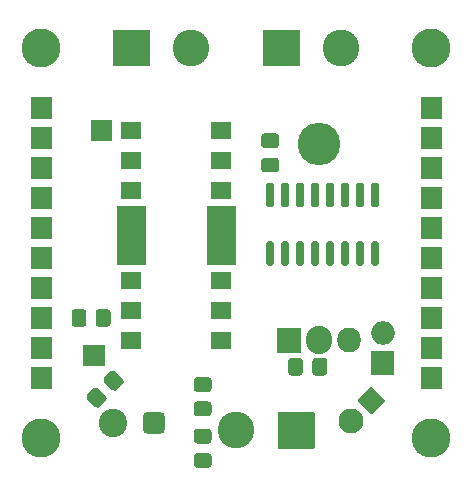
<source format=gbr>
G04 #@! TF.GenerationSoftware,KiCad,Pcbnew,(5.1.8)-1*
G04 #@! TF.CreationDate,2020-11-12T23:55:28+03:00*
G04 #@! TF.ProjectId,L293,4c323933-2e6b-4696-9361-645f70636258,rev?*
G04 #@! TF.SameCoordinates,Original*
G04 #@! TF.FileFunction,Soldermask,Bot*
G04 #@! TF.FilePolarity,Negative*
%FSLAX46Y46*%
G04 Gerber Fmt 4.6, Leading zero omitted, Abs format (unit mm)*
G04 Created by KiCad (PCBNEW (5.1.8)-1) date 2020-11-12 23:55:28*
%MOMM*%
%LPD*%
G01*
G04 APERTURE LIST*
%ADD10C,2.102000*%
%ADD11C,2.402000*%
%ADD12C,3.302000*%
%ADD13C,3.102000*%
%ADD14O,2.002000X2.002000*%
%ADD15O,3.602000X3.602000*%
%ADD16O,2.202000X2.402000*%
%ADD17O,2.007000X2.102000*%
%ADD18C,0.100000*%
G04 APERTURE END LIST*
G36*
G01*
X120686062Y-60427567D02*
X121817433Y-61558938D01*
G75*
G02*
X121817433Y-61631062I-36062J-36062D01*
G01*
X120686062Y-62762433D01*
G75*
G02*
X120613938Y-62762433I-36062J36062D01*
G01*
X119482567Y-61631062D01*
G75*
G02*
X119482567Y-61558938I36062J36062D01*
G01*
X120613938Y-60427567D01*
G75*
G02*
X120686062Y-60427567I36062J-36062D01*
G01*
G37*
D10*
X118882233Y-63362767D03*
D11*
X98735000Y-63500000D03*
G36*
G01*
X103186000Y-63024500D02*
X103186000Y-63975500D01*
G75*
G02*
X102710500Y-64451000I-475500J0D01*
G01*
X101759500Y-64451000D01*
G75*
G02*
X101284000Y-63975500I0J475500D01*
G01*
X101284000Y-63024500D01*
G75*
G02*
X101759500Y-62549000I475500J0D01*
G01*
X102710500Y-62549000D01*
G75*
G02*
X103186000Y-63024500I0J-475500D01*
G01*
G37*
D12*
X92710000Y-31750000D03*
X92710000Y-64770000D03*
X125730000Y-31750000D03*
X125730000Y-64770000D03*
G36*
G01*
X124829000Y-60540000D02*
X124829000Y-58840000D01*
G75*
G02*
X124880000Y-58789000I51000J0D01*
G01*
X126580000Y-58789000D01*
G75*
G02*
X126631000Y-58840000I0J-51000D01*
G01*
X126631000Y-60540000D01*
G75*
G02*
X126580000Y-60591000I-51000J0D01*
G01*
X124880000Y-60591000D01*
G75*
G02*
X124829000Y-60540000I0J51000D01*
G01*
G37*
G36*
G01*
X124829000Y-58000000D02*
X124829000Y-56300000D01*
G75*
G02*
X124880000Y-56249000I51000J0D01*
G01*
X126580000Y-56249000D01*
G75*
G02*
X126631000Y-56300000I0J-51000D01*
G01*
X126631000Y-58000000D01*
G75*
G02*
X126580000Y-58051000I-51000J0D01*
G01*
X124880000Y-58051000D01*
G75*
G02*
X124829000Y-58000000I0J51000D01*
G01*
G37*
G36*
G01*
X124829000Y-55460000D02*
X124829000Y-53760000D01*
G75*
G02*
X124880000Y-53709000I51000J0D01*
G01*
X126580000Y-53709000D01*
G75*
G02*
X126631000Y-53760000I0J-51000D01*
G01*
X126631000Y-55460000D01*
G75*
G02*
X126580000Y-55511000I-51000J0D01*
G01*
X124880000Y-55511000D01*
G75*
G02*
X124829000Y-55460000I0J51000D01*
G01*
G37*
G36*
G01*
X124829000Y-52920000D02*
X124829000Y-51220000D01*
G75*
G02*
X124880000Y-51169000I51000J0D01*
G01*
X126580000Y-51169000D01*
G75*
G02*
X126631000Y-51220000I0J-51000D01*
G01*
X126631000Y-52920000D01*
G75*
G02*
X126580000Y-52971000I-51000J0D01*
G01*
X124880000Y-52971000D01*
G75*
G02*
X124829000Y-52920000I0J51000D01*
G01*
G37*
G36*
G01*
X124829000Y-50380000D02*
X124829000Y-48680000D01*
G75*
G02*
X124880000Y-48629000I51000J0D01*
G01*
X126580000Y-48629000D01*
G75*
G02*
X126631000Y-48680000I0J-51000D01*
G01*
X126631000Y-50380000D01*
G75*
G02*
X126580000Y-50431000I-51000J0D01*
G01*
X124880000Y-50431000D01*
G75*
G02*
X124829000Y-50380000I0J51000D01*
G01*
G37*
G36*
G01*
X124829000Y-47840000D02*
X124829000Y-46140000D01*
G75*
G02*
X124880000Y-46089000I51000J0D01*
G01*
X126580000Y-46089000D01*
G75*
G02*
X126631000Y-46140000I0J-51000D01*
G01*
X126631000Y-47840000D01*
G75*
G02*
X126580000Y-47891000I-51000J0D01*
G01*
X124880000Y-47891000D01*
G75*
G02*
X124829000Y-47840000I0J51000D01*
G01*
G37*
G36*
G01*
X124829000Y-45300000D02*
X124829000Y-43600000D01*
G75*
G02*
X124880000Y-43549000I51000J0D01*
G01*
X126580000Y-43549000D01*
G75*
G02*
X126631000Y-43600000I0J-51000D01*
G01*
X126631000Y-45300000D01*
G75*
G02*
X126580000Y-45351000I-51000J0D01*
G01*
X124880000Y-45351000D01*
G75*
G02*
X124829000Y-45300000I0J51000D01*
G01*
G37*
G36*
G01*
X124829000Y-42760000D02*
X124829000Y-41060000D01*
G75*
G02*
X124880000Y-41009000I51000J0D01*
G01*
X126580000Y-41009000D01*
G75*
G02*
X126631000Y-41060000I0J-51000D01*
G01*
X126631000Y-42760000D01*
G75*
G02*
X126580000Y-42811000I-51000J0D01*
G01*
X124880000Y-42811000D01*
G75*
G02*
X124829000Y-42760000I0J51000D01*
G01*
G37*
G36*
G01*
X124829000Y-40220000D02*
X124829000Y-38520000D01*
G75*
G02*
X124880000Y-38469000I51000J0D01*
G01*
X126580000Y-38469000D01*
G75*
G02*
X126631000Y-38520000I0J-51000D01*
G01*
X126631000Y-40220000D01*
G75*
G02*
X126580000Y-40271000I-51000J0D01*
G01*
X124880000Y-40271000D01*
G75*
G02*
X124829000Y-40220000I0J51000D01*
G01*
G37*
G36*
G01*
X124829000Y-37680000D02*
X124829000Y-35980000D01*
G75*
G02*
X124880000Y-35929000I51000J0D01*
G01*
X126580000Y-35929000D01*
G75*
G02*
X126631000Y-35980000I0J-51000D01*
G01*
X126631000Y-37680000D01*
G75*
G02*
X126580000Y-37731000I-51000J0D01*
G01*
X124880000Y-37731000D01*
G75*
G02*
X124829000Y-37680000I0J51000D01*
G01*
G37*
G36*
G01*
X91809000Y-40220000D02*
X91809000Y-38520000D01*
G75*
G02*
X91860000Y-38469000I51000J0D01*
G01*
X93560000Y-38469000D01*
G75*
G02*
X93611000Y-38520000I0J-51000D01*
G01*
X93611000Y-40220000D01*
G75*
G02*
X93560000Y-40271000I-51000J0D01*
G01*
X91860000Y-40271000D01*
G75*
G02*
X91809000Y-40220000I0J51000D01*
G01*
G37*
G36*
G01*
X91809000Y-42760000D02*
X91809000Y-41060000D01*
G75*
G02*
X91860000Y-41009000I51000J0D01*
G01*
X93560000Y-41009000D01*
G75*
G02*
X93611000Y-41060000I0J-51000D01*
G01*
X93611000Y-42760000D01*
G75*
G02*
X93560000Y-42811000I-51000J0D01*
G01*
X91860000Y-42811000D01*
G75*
G02*
X91809000Y-42760000I0J51000D01*
G01*
G37*
G36*
G01*
X91809000Y-45300000D02*
X91809000Y-43600000D01*
G75*
G02*
X91860000Y-43549000I51000J0D01*
G01*
X93560000Y-43549000D01*
G75*
G02*
X93611000Y-43600000I0J-51000D01*
G01*
X93611000Y-45300000D01*
G75*
G02*
X93560000Y-45351000I-51000J0D01*
G01*
X91860000Y-45351000D01*
G75*
G02*
X91809000Y-45300000I0J51000D01*
G01*
G37*
G36*
G01*
X91809000Y-47840000D02*
X91809000Y-46140000D01*
G75*
G02*
X91860000Y-46089000I51000J0D01*
G01*
X93560000Y-46089000D01*
G75*
G02*
X93611000Y-46140000I0J-51000D01*
G01*
X93611000Y-47840000D01*
G75*
G02*
X93560000Y-47891000I-51000J0D01*
G01*
X91860000Y-47891000D01*
G75*
G02*
X91809000Y-47840000I0J51000D01*
G01*
G37*
G36*
G01*
X91809000Y-50380000D02*
X91809000Y-48680000D01*
G75*
G02*
X91860000Y-48629000I51000J0D01*
G01*
X93560000Y-48629000D01*
G75*
G02*
X93611000Y-48680000I0J-51000D01*
G01*
X93611000Y-50380000D01*
G75*
G02*
X93560000Y-50431000I-51000J0D01*
G01*
X91860000Y-50431000D01*
G75*
G02*
X91809000Y-50380000I0J51000D01*
G01*
G37*
G36*
G01*
X91809000Y-52920000D02*
X91809000Y-51220000D01*
G75*
G02*
X91860000Y-51169000I51000J0D01*
G01*
X93560000Y-51169000D01*
G75*
G02*
X93611000Y-51220000I0J-51000D01*
G01*
X93611000Y-52920000D01*
G75*
G02*
X93560000Y-52971000I-51000J0D01*
G01*
X91860000Y-52971000D01*
G75*
G02*
X91809000Y-52920000I0J51000D01*
G01*
G37*
G36*
G01*
X91809000Y-55460000D02*
X91809000Y-53760000D01*
G75*
G02*
X91860000Y-53709000I51000J0D01*
G01*
X93560000Y-53709000D01*
G75*
G02*
X93611000Y-53760000I0J-51000D01*
G01*
X93611000Y-55460000D01*
G75*
G02*
X93560000Y-55511000I-51000J0D01*
G01*
X91860000Y-55511000D01*
G75*
G02*
X91809000Y-55460000I0J51000D01*
G01*
G37*
G36*
G01*
X91809000Y-58000000D02*
X91809000Y-56300000D01*
G75*
G02*
X91860000Y-56249000I51000J0D01*
G01*
X93560000Y-56249000D01*
G75*
G02*
X93611000Y-56300000I0J-51000D01*
G01*
X93611000Y-58000000D01*
G75*
G02*
X93560000Y-58051000I-51000J0D01*
G01*
X91860000Y-58051000D01*
G75*
G02*
X91809000Y-58000000I0J51000D01*
G01*
G37*
G36*
G01*
X91809000Y-37680000D02*
X91809000Y-35980000D01*
G75*
G02*
X91860000Y-35929000I51000J0D01*
G01*
X93560000Y-35929000D01*
G75*
G02*
X93611000Y-35980000I0J-51000D01*
G01*
X93611000Y-37680000D01*
G75*
G02*
X93560000Y-37731000I-51000J0D01*
G01*
X91860000Y-37731000D01*
G75*
G02*
X91809000Y-37680000I0J51000D01*
G01*
G37*
G36*
G01*
X91809000Y-60540000D02*
X91809000Y-58840000D01*
G75*
G02*
X91860000Y-58789000I51000J0D01*
G01*
X93560000Y-58789000D01*
G75*
G02*
X93611000Y-58840000I0J-51000D01*
G01*
X93611000Y-60540000D01*
G75*
G02*
X93560000Y-60591000I-51000J0D01*
G01*
X91860000Y-60591000D01*
G75*
G02*
X91809000Y-60540000I0J51000D01*
G01*
G37*
G36*
G01*
X97309000Y-55088828D02*
X97309000Y-54131172D01*
G75*
G02*
X97581172Y-53859000I272172J0D01*
G01*
X98288828Y-53859000D01*
G75*
G02*
X98561000Y-54131172I0J-272172D01*
G01*
X98561000Y-55088828D01*
G75*
G02*
X98288828Y-55361000I-272172J0D01*
G01*
X97581172Y-55361000D01*
G75*
G02*
X97309000Y-55088828I0J272172D01*
G01*
G37*
G36*
G01*
X95259000Y-55088828D02*
X95259000Y-54131172D01*
G75*
G02*
X95531172Y-53859000I272172J0D01*
G01*
X96238828Y-53859000D01*
G75*
G02*
X96511000Y-54131172I0J-272172D01*
G01*
X96511000Y-55088828D01*
G75*
G02*
X96238828Y-55361000I-272172J0D01*
G01*
X95531172Y-55361000D01*
G75*
G02*
X95259000Y-55088828I0J272172D01*
G01*
G37*
G36*
G01*
X115851000Y-62635000D02*
X115851000Y-65635000D01*
G75*
G02*
X115800000Y-65686000I-51000J0D01*
G01*
X112800000Y-65686000D01*
G75*
G02*
X112749000Y-65635000I0J51000D01*
G01*
X112749000Y-62635000D01*
G75*
G02*
X112800000Y-62584000I51000J0D01*
G01*
X115800000Y-62584000D01*
G75*
G02*
X115851000Y-62635000I0J-51000D01*
G01*
G37*
D13*
X109220000Y-64135000D03*
X105410000Y-31750000D03*
G36*
G01*
X98779000Y-33250000D02*
X98779000Y-30250000D01*
G75*
G02*
X98830000Y-30199000I51000J0D01*
G01*
X101830000Y-30199000D01*
G75*
G02*
X101881000Y-30250000I0J-51000D01*
G01*
X101881000Y-33250000D01*
G75*
G02*
X101830000Y-33301000I-51000J0D01*
G01*
X98830000Y-33301000D01*
G75*
G02*
X98779000Y-33250000I0J51000D01*
G01*
G37*
G36*
G01*
X111479000Y-33250000D02*
X111479000Y-30250000D01*
G75*
G02*
X111530000Y-30199000I51000J0D01*
G01*
X114530000Y-30199000D01*
G75*
G02*
X114581000Y-30250000I0J-51000D01*
G01*
X114581000Y-33250000D01*
G75*
G02*
X114530000Y-33301000I-51000J0D01*
G01*
X111530000Y-33301000D01*
G75*
G02*
X111479000Y-33250000I0J51000D01*
G01*
G37*
X118110000Y-31750000D03*
G36*
G01*
X99479000Y-39435000D02*
X99479000Y-38035000D01*
G75*
G02*
X99530000Y-37984000I51000J0D01*
G01*
X101130000Y-37984000D01*
G75*
G02*
X101181000Y-38035000I0J-51000D01*
G01*
X101181000Y-39435000D01*
G75*
G02*
X101130000Y-39486000I-51000J0D01*
G01*
X99530000Y-39486000D01*
G75*
G02*
X99479000Y-39435000I0J51000D01*
G01*
G37*
G36*
G01*
X107099000Y-57215000D02*
X107099000Y-55815000D01*
G75*
G02*
X107150000Y-55764000I51000J0D01*
G01*
X108750000Y-55764000D01*
G75*
G02*
X108801000Y-55815000I0J-51000D01*
G01*
X108801000Y-57215000D01*
G75*
G02*
X108750000Y-57266000I-51000J0D01*
G01*
X107150000Y-57266000D01*
G75*
G02*
X107099000Y-57215000I0J51000D01*
G01*
G37*
G36*
G01*
X99479000Y-41975000D02*
X99479000Y-40575000D01*
G75*
G02*
X99530000Y-40524000I51000J0D01*
G01*
X101130000Y-40524000D01*
G75*
G02*
X101181000Y-40575000I0J-51000D01*
G01*
X101181000Y-41975000D01*
G75*
G02*
X101130000Y-42026000I-51000J0D01*
G01*
X99530000Y-42026000D01*
G75*
G02*
X99479000Y-41975000I0J51000D01*
G01*
G37*
G36*
G01*
X107099000Y-54675000D02*
X107099000Y-53275000D01*
G75*
G02*
X107150000Y-53224000I51000J0D01*
G01*
X108750000Y-53224000D01*
G75*
G02*
X108801000Y-53275000I0J-51000D01*
G01*
X108801000Y-54675000D01*
G75*
G02*
X108750000Y-54726000I-51000J0D01*
G01*
X107150000Y-54726000D01*
G75*
G02*
X107099000Y-54675000I0J51000D01*
G01*
G37*
G36*
G01*
X99479000Y-44515000D02*
X99479000Y-43115000D01*
G75*
G02*
X99530000Y-43064000I51000J0D01*
G01*
X101130000Y-43064000D01*
G75*
G02*
X101181000Y-43115000I0J-51000D01*
G01*
X101181000Y-44515000D01*
G75*
G02*
X101130000Y-44566000I-51000J0D01*
G01*
X99530000Y-44566000D01*
G75*
G02*
X99479000Y-44515000I0J51000D01*
G01*
G37*
G36*
G01*
X107099000Y-52135000D02*
X107099000Y-50735000D01*
G75*
G02*
X107150000Y-50684000I51000J0D01*
G01*
X108750000Y-50684000D01*
G75*
G02*
X108801000Y-50735000I0J-51000D01*
G01*
X108801000Y-52135000D01*
G75*
G02*
X108750000Y-52186000I-51000J0D01*
G01*
X107150000Y-52186000D01*
G75*
G02*
X107099000Y-52135000I0J51000D01*
G01*
G37*
G36*
G01*
X99079000Y-47555000D02*
X99079000Y-45155000D01*
G75*
G02*
X99130000Y-45104000I51000J0D01*
G01*
X101530000Y-45104000D01*
G75*
G02*
X101581000Y-45155000I0J-51000D01*
G01*
X101581000Y-47555000D01*
G75*
G02*
X101530000Y-47606000I-51000J0D01*
G01*
X99130000Y-47606000D01*
G75*
G02*
X99079000Y-47555000I0J51000D01*
G01*
G37*
G36*
G01*
X106699000Y-50095000D02*
X106699000Y-47695000D01*
G75*
G02*
X106750000Y-47644000I51000J0D01*
G01*
X109150000Y-47644000D01*
G75*
G02*
X109201000Y-47695000I0J-51000D01*
G01*
X109201000Y-50095000D01*
G75*
G02*
X109150000Y-50146000I-51000J0D01*
G01*
X106750000Y-50146000D01*
G75*
G02*
X106699000Y-50095000I0J51000D01*
G01*
G37*
G36*
G01*
X99079000Y-50095000D02*
X99079000Y-47695000D01*
G75*
G02*
X99130000Y-47644000I51000J0D01*
G01*
X101530000Y-47644000D01*
G75*
G02*
X101581000Y-47695000I0J-51000D01*
G01*
X101581000Y-50095000D01*
G75*
G02*
X101530000Y-50146000I-51000J0D01*
G01*
X99130000Y-50146000D01*
G75*
G02*
X99079000Y-50095000I0J51000D01*
G01*
G37*
G36*
G01*
X106699000Y-47555000D02*
X106699000Y-45155000D01*
G75*
G02*
X106750000Y-45104000I51000J0D01*
G01*
X109150000Y-45104000D01*
G75*
G02*
X109201000Y-45155000I0J-51000D01*
G01*
X109201000Y-47555000D01*
G75*
G02*
X109150000Y-47606000I-51000J0D01*
G01*
X106750000Y-47606000D01*
G75*
G02*
X106699000Y-47555000I0J51000D01*
G01*
G37*
G36*
G01*
X99479000Y-52135000D02*
X99479000Y-50735000D01*
G75*
G02*
X99530000Y-50684000I51000J0D01*
G01*
X101130000Y-50684000D01*
G75*
G02*
X101181000Y-50735000I0J-51000D01*
G01*
X101181000Y-52135000D01*
G75*
G02*
X101130000Y-52186000I-51000J0D01*
G01*
X99530000Y-52186000D01*
G75*
G02*
X99479000Y-52135000I0J51000D01*
G01*
G37*
G36*
G01*
X107099000Y-44515000D02*
X107099000Y-43115000D01*
G75*
G02*
X107150000Y-43064000I51000J0D01*
G01*
X108750000Y-43064000D01*
G75*
G02*
X108801000Y-43115000I0J-51000D01*
G01*
X108801000Y-44515000D01*
G75*
G02*
X108750000Y-44566000I-51000J0D01*
G01*
X107150000Y-44566000D01*
G75*
G02*
X107099000Y-44515000I0J51000D01*
G01*
G37*
G36*
G01*
X99479000Y-54675000D02*
X99479000Y-53275000D01*
G75*
G02*
X99530000Y-53224000I51000J0D01*
G01*
X101130000Y-53224000D01*
G75*
G02*
X101181000Y-53275000I0J-51000D01*
G01*
X101181000Y-54675000D01*
G75*
G02*
X101130000Y-54726000I-51000J0D01*
G01*
X99530000Y-54726000D01*
G75*
G02*
X99479000Y-54675000I0J51000D01*
G01*
G37*
G36*
G01*
X107099000Y-41975000D02*
X107099000Y-40575000D01*
G75*
G02*
X107150000Y-40524000I51000J0D01*
G01*
X108750000Y-40524000D01*
G75*
G02*
X108801000Y-40575000I0J-51000D01*
G01*
X108801000Y-41975000D01*
G75*
G02*
X108750000Y-42026000I-51000J0D01*
G01*
X107150000Y-42026000D01*
G75*
G02*
X107099000Y-41975000I0J51000D01*
G01*
G37*
G36*
G01*
X99479000Y-57215000D02*
X99479000Y-55815000D01*
G75*
G02*
X99530000Y-55764000I51000J0D01*
G01*
X101130000Y-55764000D01*
G75*
G02*
X101181000Y-55815000I0J-51000D01*
G01*
X101181000Y-57215000D01*
G75*
G02*
X101130000Y-57266000I-51000J0D01*
G01*
X99530000Y-57266000D01*
G75*
G02*
X99479000Y-57215000I0J51000D01*
G01*
G37*
G36*
G01*
X107099000Y-39435000D02*
X107099000Y-38035000D01*
G75*
G02*
X107150000Y-37984000I51000J0D01*
G01*
X108750000Y-37984000D01*
G75*
G02*
X108801000Y-38035000I0J-51000D01*
G01*
X108801000Y-39435000D01*
G75*
G02*
X108750000Y-39486000I-51000J0D01*
G01*
X107150000Y-39486000D01*
G75*
G02*
X107099000Y-39435000I0J51000D01*
G01*
G37*
G36*
G01*
X113601500Y-59216328D02*
X113601500Y-58258672D01*
G75*
G02*
X113873672Y-57986500I272172J0D01*
G01*
X114581328Y-57986500D01*
G75*
G02*
X114853500Y-58258672I0J-272172D01*
G01*
X114853500Y-59216328D01*
G75*
G02*
X114581328Y-59488500I-272172J0D01*
G01*
X113873672Y-59488500D01*
G75*
G02*
X113601500Y-59216328I0J272172D01*
G01*
G37*
G36*
G01*
X115651500Y-59216328D02*
X115651500Y-58258672D01*
G75*
G02*
X115923672Y-57986500I272172J0D01*
G01*
X116631328Y-57986500D01*
G75*
G02*
X116903500Y-58258672I0J-272172D01*
G01*
X116903500Y-59216328D01*
G75*
G02*
X116631328Y-59488500I-272172J0D01*
G01*
X115923672Y-59488500D01*
G75*
G02*
X115651500Y-59216328I0J272172D01*
G01*
G37*
G36*
G01*
X122603500Y-57470000D02*
X122603500Y-59370000D01*
G75*
G02*
X122552500Y-59421000I-51000J0D01*
G01*
X120652500Y-59421000D01*
G75*
G02*
X120601500Y-59370000I0J51000D01*
G01*
X120601500Y-57470000D01*
G75*
G02*
X120652500Y-57419000I51000J0D01*
G01*
X122552500Y-57419000D01*
G75*
G02*
X122603500Y-57470000I0J-51000D01*
G01*
G37*
D14*
X121602500Y-55880000D03*
D15*
X116205000Y-39855000D03*
G36*
G01*
X112661500Y-57515000D02*
X112661500Y-55515000D01*
G75*
G02*
X112712500Y-55464000I51000J0D01*
G01*
X114617500Y-55464000D01*
G75*
G02*
X114668500Y-55515000I0J-51000D01*
G01*
X114668500Y-57515000D01*
G75*
G02*
X114617500Y-57566000I-51000J0D01*
G01*
X112712500Y-57566000D01*
G75*
G02*
X112661500Y-57515000I0J51000D01*
G01*
G37*
D16*
X116205000Y-56515000D03*
D17*
X118745000Y-56515000D03*
G36*
G01*
X111598672Y-38989000D02*
X112556328Y-38989000D01*
G75*
G02*
X112828500Y-39261172I0J-272172D01*
G01*
X112828500Y-39968828D01*
G75*
G02*
X112556328Y-40241000I-272172J0D01*
G01*
X111598672Y-40241000D01*
G75*
G02*
X111326500Y-39968828I0J272172D01*
G01*
X111326500Y-39261172D01*
G75*
G02*
X111598672Y-38989000I272172J0D01*
G01*
G37*
G36*
G01*
X111598672Y-41039000D02*
X112556328Y-41039000D01*
G75*
G02*
X112828500Y-41311172I0J-272172D01*
G01*
X112828500Y-42018828D01*
G75*
G02*
X112556328Y-42291000I-272172J0D01*
G01*
X111598672Y-42291000D01*
G75*
G02*
X111326500Y-42018828I0J272172D01*
G01*
X111326500Y-41311172D01*
G75*
G02*
X111598672Y-41039000I272172J0D01*
G01*
G37*
G36*
G01*
X111902000Y-43171500D02*
X112253000Y-43171500D01*
G75*
G02*
X112428500Y-43347000I0J-175500D01*
G01*
X112428500Y-45048000D01*
G75*
G02*
X112253000Y-45223500I-175500J0D01*
G01*
X111902000Y-45223500D01*
G75*
G02*
X111726500Y-45048000I0J175500D01*
G01*
X111726500Y-43347000D01*
G75*
G02*
X111902000Y-43171500I175500J0D01*
G01*
G37*
G36*
G01*
X113172000Y-43171500D02*
X113523000Y-43171500D01*
G75*
G02*
X113698500Y-43347000I0J-175500D01*
G01*
X113698500Y-45048000D01*
G75*
G02*
X113523000Y-45223500I-175500J0D01*
G01*
X113172000Y-45223500D01*
G75*
G02*
X112996500Y-45048000I0J175500D01*
G01*
X112996500Y-43347000D01*
G75*
G02*
X113172000Y-43171500I175500J0D01*
G01*
G37*
G36*
G01*
X114442000Y-43171500D02*
X114793000Y-43171500D01*
G75*
G02*
X114968500Y-43347000I0J-175500D01*
G01*
X114968500Y-45048000D01*
G75*
G02*
X114793000Y-45223500I-175500J0D01*
G01*
X114442000Y-45223500D01*
G75*
G02*
X114266500Y-45048000I0J175500D01*
G01*
X114266500Y-43347000D01*
G75*
G02*
X114442000Y-43171500I175500J0D01*
G01*
G37*
G36*
G01*
X115712000Y-43171500D02*
X116063000Y-43171500D01*
G75*
G02*
X116238500Y-43347000I0J-175500D01*
G01*
X116238500Y-45048000D01*
G75*
G02*
X116063000Y-45223500I-175500J0D01*
G01*
X115712000Y-45223500D01*
G75*
G02*
X115536500Y-45048000I0J175500D01*
G01*
X115536500Y-43347000D01*
G75*
G02*
X115712000Y-43171500I175500J0D01*
G01*
G37*
G36*
G01*
X116982000Y-43171500D02*
X117333000Y-43171500D01*
G75*
G02*
X117508500Y-43347000I0J-175500D01*
G01*
X117508500Y-45048000D01*
G75*
G02*
X117333000Y-45223500I-175500J0D01*
G01*
X116982000Y-45223500D01*
G75*
G02*
X116806500Y-45048000I0J175500D01*
G01*
X116806500Y-43347000D01*
G75*
G02*
X116982000Y-43171500I175500J0D01*
G01*
G37*
G36*
G01*
X118252000Y-43171500D02*
X118603000Y-43171500D01*
G75*
G02*
X118778500Y-43347000I0J-175500D01*
G01*
X118778500Y-45048000D01*
G75*
G02*
X118603000Y-45223500I-175500J0D01*
G01*
X118252000Y-45223500D01*
G75*
G02*
X118076500Y-45048000I0J175500D01*
G01*
X118076500Y-43347000D01*
G75*
G02*
X118252000Y-43171500I175500J0D01*
G01*
G37*
G36*
G01*
X119522000Y-43171500D02*
X119873000Y-43171500D01*
G75*
G02*
X120048500Y-43347000I0J-175500D01*
G01*
X120048500Y-45048000D01*
G75*
G02*
X119873000Y-45223500I-175500J0D01*
G01*
X119522000Y-45223500D01*
G75*
G02*
X119346500Y-45048000I0J175500D01*
G01*
X119346500Y-43347000D01*
G75*
G02*
X119522000Y-43171500I175500J0D01*
G01*
G37*
G36*
G01*
X120792000Y-43171500D02*
X121143000Y-43171500D01*
G75*
G02*
X121318500Y-43347000I0J-175500D01*
G01*
X121318500Y-45048000D01*
G75*
G02*
X121143000Y-45223500I-175500J0D01*
G01*
X120792000Y-45223500D01*
G75*
G02*
X120616500Y-45048000I0J175500D01*
G01*
X120616500Y-43347000D01*
G75*
G02*
X120792000Y-43171500I175500J0D01*
G01*
G37*
G36*
G01*
X120792000Y-48121500D02*
X121143000Y-48121500D01*
G75*
G02*
X121318500Y-48297000I0J-175500D01*
G01*
X121318500Y-49998000D01*
G75*
G02*
X121143000Y-50173500I-175500J0D01*
G01*
X120792000Y-50173500D01*
G75*
G02*
X120616500Y-49998000I0J175500D01*
G01*
X120616500Y-48297000D01*
G75*
G02*
X120792000Y-48121500I175500J0D01*
G01*
G37*
G36*
G01*
X119522000Y-48121500D02*
X119873000Y-48121500D01*
G75*
G02*
X120048500Y-48297000I0J-175500D01*
G01*
X120048500Y-49998000D01*
G75*
G02*
X119873000Y-50173500I-175500J0D01*
G01*
X119522000Y-50173500D01*
G75*
G02*
X119346500Y-49998000I0J175500D01*
G01*
X119346500Y-48297000D01*
G75*
G02*
X119522000Y-48121500I175500J0D01*
G01*
G37*
G36*
G01*
X118252000Y-48121500D02*
X118603000Y-48121500D01*
G75*
G02*
X118778500Y-48297000I0J-175500D01*
G01*
X118778500Y-49998000D01*
G75*
G02*
X118603000Y-50173500I-175500J0D01*
G01*
X118252000Y-50173500D01*
G75*
G02*
X118076500Y-49998000I0J175500D01*
G01*
X118076500Y-48297000D01*
G75*
G02*
X118252000Y-48121500I175500J0D01*
G01*
G37*
G36*
G01*
X116982000Y-48121500D02*
X117333000Y-48121500D01*
G75*
G02*
X117508500Y-48297000I0J-175500D01*
G01*
X117508500Y-49998000D01*
G75*
G02*
X117333000Y-50173500I-175500J0D01*
G01*
X116982000Y-50173500D01*
G75*
G02*
X116806500Y-49998000I0J175500D01*
G01*
X116806500Y-48297000D01*
G75*
G02*
X116982000Y-48121500I175500J0D01*
G01*
G37*
G36*
G01*
X115712000Y-48121500D02*
X116063000Y-48121500D01*
G75*
G02*
X116238500Y-48297000I0J-175500D01*
G01*
X116238500Y-49998000D01*
G75*
G02*
X116063000Y-50173500I-175500J0D01*
G01*
X115712000Y-50173500D01*
G75*
G02*
X115536500Y-49998000I0J175500D01*
G01*
X115536500Y-48297000D01*
G75*
G02*
X115712000Y-48121500I175500J0D01*
G01*
G37*
G36*
G01*
X114442000Y-48121500D02*
X114793000Y-48121500D01*
G75*
G02*
X114968500Y-48297000I0J-175500D01*
G01*
X114968500Y-49998000D01*
G75*
G02*
X114793000Y-50173500I-175500J0D01*
G01*
X114442000Y-50173500D01*
G75*
G02*
X114266500Y-49998000I0J175500D01*
G01*
X114266500Y-48297000D01*
G75*
G02*
X114442000Y-48121500I175500J0D01*
G01*
G37*
G36*
G01*
X113172000Y-48121500D02*
X113523000Y-48121500D01*
G75*
G02*
X113698500Y-48297000I0J-175500D01*
G01*
X113698500Y-49998000D01*
G75*
G02*
X113523000Y-50173500I-175500J0D01*
G01*
X113172000Y-50173500D01*
G75*
G02*
X112996500Y-49998000I0J175500D01*
G01*
X112996500Y-48297000D01*
G75*
G02*
X113172000Y-48121500I175500J0D01*
G01*
G37*
G36*
G01*
X111902000Y-48121500D02*
X112253000Y-48121500D01*
G75*
G02*
X112428500Y-48297000I0J-175500D01*
G01*
X112428500Y-49998000D01*
G75*
G02*
X112253000Y-50173500I-175500J0D01*
G01*
X111902000Y-50173500D01*
G75*
G02*
X111726500Y-49998000I0J175500D01*
G01*
X111726500Y-48297000D01*
G75*
G02*
X111902000Y-48121500I175500J0D01*
G01*
G37*
G36*
G01*
X97278649Y-62148516D02*
X96601484Y-61471351D01*
G75*
G02*
X96601484Y-61086441I192455J192455D01*
G01*
X97101873Y-60586052D01*
G75*
G02*
X97486783Y-60586052I192455J-192455D01*
G01*
X98163948Y-61263217D01*
G75*
G02*
X98163948Y-61648127I-192455J-192455D01*
G01*
X97663559Y-62148516D01*
G75*
G02*
X97278649Y-62148516I-192455J192455D01*
G01*
G37*
G36*
G01*
X98728217Y-60698948D02*
X98051052Y-60021783D01*
G75*
G02*
X98051052Y-59636873I192455J192455D01*
G01*
X98551441Y-59136484D01*
G75*
G02*
X98936351Y-59136484I192455J-192455D01*
G01*
X99613516Y-59813649D01*
G75*
G02*
X99613516Y-60198559I-192455J-192455D01*
G01*
X99113127Y-60698948D01*
G75*
G02*
X98728217Y-60698948I-192455J192455D01*
G01*
G37*
G36*
G01*
X96889000Y-39585000D02*
X96889000Y-37885000D01*
G75*
G02*
X96940000Y-37834000I51000J0D01*
G01*
X98640000Y-37834000D01*
G75*
G02*
X98691000Y-37885000I0J-51000D01*
G01*
X98691000Y-39585000D01*
G75*
G02*
X98640000Y-39636000I-51000J0D01*
G01*
X96940000Y-39636000D01*
G75*
G02*
X96889000Y-39585000I0J51000D01*
G01*
G37*
G36*
G01*
X96254000Y-58635000D02*
X96254000Y-56935000D01*
G75*
G02*
X96305000Y-56884000I51000J0D01*
G01*
X98005000Y-56884000D01*
G75*
G02*
X98056000Y-56935000I0J-51000D01*
G01*
X98056000Y-58635000D01*
G75*
G02*
X98005000Y-58686000I-51000J0D01*
G01*
X96305000Y-58686000D01*
G75*
G02*
X96254000Y-58635000I0J51000D01*
G01*
G37*
G36*
G01*
X106841328Y-67301000D02*
X105883672Y-67301000D01*
G75*
G02*
X105611500Y-67028828I0J272172D01*
G01*
X105611500Y-66321172D01*
G75*
G02*
X105883672Y-66049000I272172J0D01*
G01*
X106841328Y-66049000D01*
G75*
G02*
X107113500Y-66321172I0J-272172D01*
G01*
X107113500Y-67028828D01*
G75*
G02*
X106841328Y-67301000I-272172J0D01*
G01*
G37*
G36*
G01*
X106841328Y-65251000D02*
X105883672Y-65251000D01*
G75*
G02*
X105611500Y-64978828I0J272172D01*
G01*
X105611500Y-64271172D01*
G75*
G02*
X105883672Y-63999000I272172J0D01*
G01*
X106841328Y-63999000D01*
G75*
G02*
X107113500Y-64271172I0J-272172D01*
G01*
X107113500Y-64978828D01*
G75*
G02*
X106841328Y-65251000I-272172J0D01*
G01*
G37*
G36*
G01*
X105883672Y-61676500D02*
X106841328Y-61676500D01*
G75*
G02*
X107113500Y-61948672I0J-272172D01*
G01*
X107113500Y-62656328D01*
G75*
G02*
X106841328Y-62928500I-272172J0D01*
G01*
X105883672Y-62928500D01*
G75*
G02*
X105611500Y-62656328I0J272172D01*
G01*
X105611500Y-61948672D01*
G75*
G02*
X105883672Y-61676500I272172J0D01*
G01*
G37*
G36*
G01*
X105883672Y-59626500D02*
X106841328Y-59626500D01*
G75*
G02*
X107113500Y-59898672I0J-272172D01*
G01*
X107113500Y-60606328D01*
G75*
G02*
X106841328Y-60878500I-272172J0D01*
G01*
X105883672Y-60878500D01*
G75*
G02*
X105611500Y-60606328I0J272172D01*
G01*
X105611500Y-59898672D01*
G75*
G02*
X105883672Y-59626500I272172J0D01*
G01*
G37*
D18*
G36*
X109202732Y-47605000D02*
G01*
X109203000Y-47606000D01*
X109203000Y-47644000D01*
X109202000Y-47645732D01*
X109201000Y-47646000D01*
X106699000Y-47646000D01*
X106697268Y-47645000D01*
X106697000Y-47644000D01*
X106697000Y-47606000D01*
X106698000Y-47604268D01*
X106699000Y-47604000D01*
X109201000Y-47604000D01*
X109202732Y-47605000D01*
G37*
G36*
X101582732Y-47605000D02*
G01*
X101583000Y-47606000D01*
X101583000Y-47644000D01*
X101582000Y-47645732D01*
X101581000Y-47646000D01*
X99079000Y-47646000D01*
X99077268Y-47645000D01*
X99077000Y-47644000D01*
X99077000Y-47606000D01*
X99078000Y-47604268D01*
X99079000Y-47604000D01*
X101581000Y-47604000D01*
X101582732Y-47605000D01*
G37*
M02*

</source>
